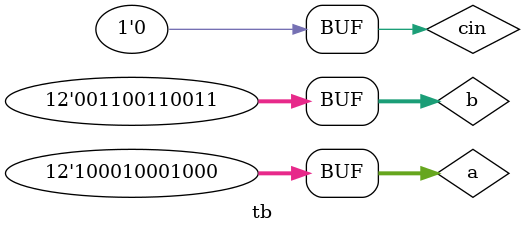
<source format=v>
module tb;

	// Inputs
	reg [11:0] a;
	reg [11:0] b;
	reg cin;

	// Outputs
	wire [11:0] s;
	wire cout;

	// Instantiate the Unit Under Test (UUT)
	BCD3 uut (
		.a(a),
		.b(b),
		.cin(cin),
		.s(s),
		.cout(cout)
	);

	initial
	begin
		cin = 0;
		a = 12'b0000_0000_0010; //2
		b = 12'b0000_0000_0011; //3
		#100;
		a = 12'b0001_0001_0001; //111
		b = 12'b0001_0001_0001; //111
		#100;
		a = 12'b1000_1000_1000; //888
		b = 12'b0011_0011_0011; //333   overflow
		#100;
	end
endmodule
</source>
